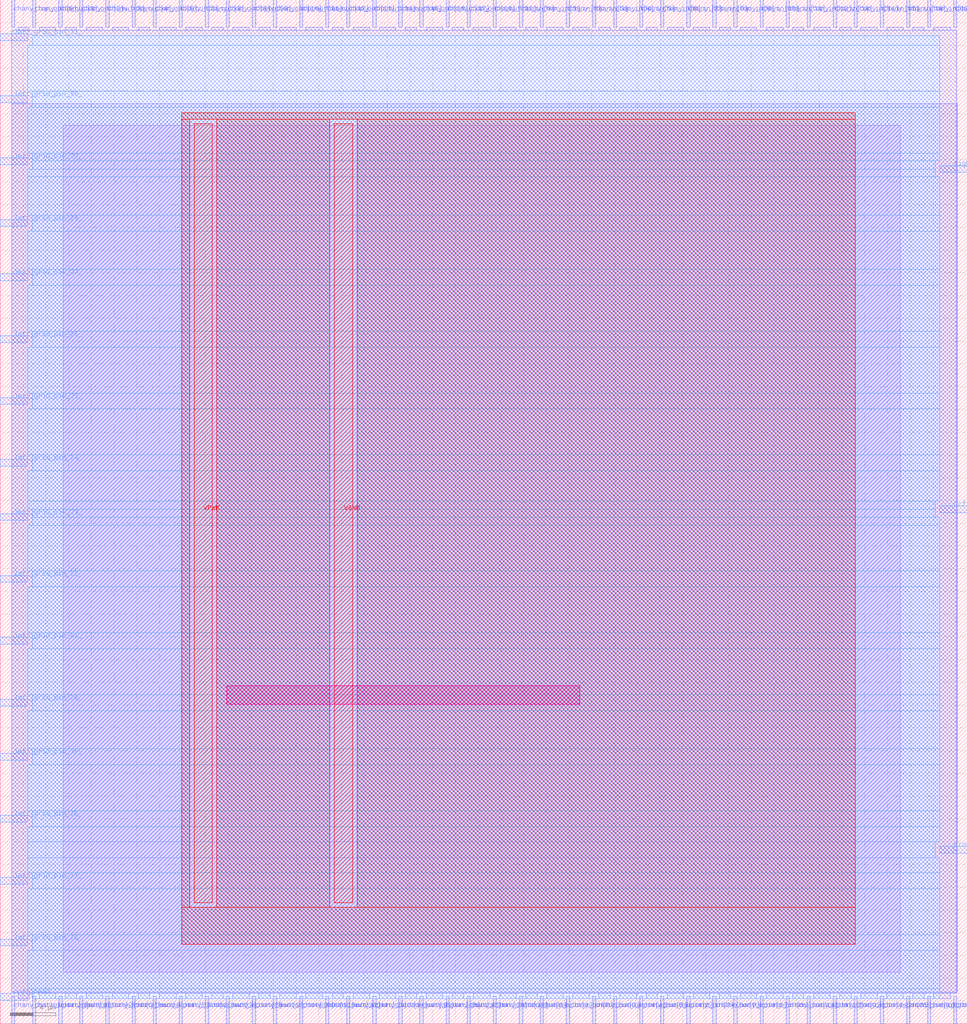
<source format=lef>
VERSION 5.7 ;
  NOWIREEXTENSIONATPIN ON ;
  DIVIDERCHAR "/" ;
  BUSBITCHARS "[]" ;
MACRO cby_8__1_
  CLASS BLOCK ;
  FOREIGN cby_8__1_ ;
  ORIGIN 0.000 0.000 ;
  SIZE 85.000 BY 90.000 ;
  PIN ccff_head
    DIRECTION INPUT ;
    PORT
      LAYER met3 ;
        RECT 0.000 2.080 2.400 2.680 ;
    END
  END ccff_head
  PIN ccff_tail
    DIRECTION OUTPUT TRISTATE ;
    PORT
      LAYER met3 ;
        RECT 82.600 44.920 85.000 45.520 ;
    END
  END ccff_tail
  PIN chany_bottom_in[0]
    DIRECTION INPUT ;
    PORT
      LAYER met2 ;
        RECT 43.330 0.000 43.610 2.400 ;
    END
  END chany_bottom_in[0]
  PIN chany_bottom_in[10]
    DIRECTION INPUT ;
    PORT
      LAYER met2 ;
        RECT 64.490 0.000 64.770 2.400 ;
    END
  END chany_bottom_in[10]
  PIN chany_bottom_in[11]
    DIRECTION INPUT ;
    PORT
      LAYER met2 ;
        RECT 66.790 0.000 67.070 2.400 ;
    END
  END chany_bottom_in[11]
  PIN chany_bottom_in[12]
    DIRECTION INPUT ;
    PORT
      LAYER met2 ;
        RECT 69.090 0.000 69.370 2.400 ;
    END
  END chany_bottom_in[12]
  PIN chany_bottom_in[13]
    DIRECTION INPUT ;
    PORT
      LAYER met2 ;
        RECT 70.930 0.000 71.210 2.400 ;
    END
  END chany_bottom_in[13]
  PIN chany_bottom_in[14]
    DIRECTION INPUT ;
    PORT
      LAYER met2 ;
        RECT 73.230 0.000 73.510 2.400 ;
    END
  END chany_bottom_in[14]
  PIN chany_bottom_in[15]
    DIRECTION INPUT ;
    PORT
      LAYER met2 ;
        RECT 75.070 0.000 75.350 2.400 ;
    END
  END chany_bottom_in[15]
  PIN chany_bottom_in[16]
    DIRECTION INPUT ;
    PORT
      LAYER met2 ;
        RECT 77.370 0.000 77.650 2.400 ;
    END
  END chany_bottom_in[16]
  PIN chany_bottom_in[17]
    DIRECTION INPUT ;
    PORT
      LAYER met2 ;
        RECT 79.670 0.000 79.950 2.400 ;
    END
  END chany_bottom_in[17]
  PIN chany_bottom_in[18]
    DIRECTION INPUT ;
    PORT
      LAYER met2 ;
        RECT 81.510 0.000 81.790 2.400 ;
    END
  END chany_bottom_in[18]
  PIN chany_bottom_in[19]
    DIRECTION INPUT ;
    PORT
      LAYER met2 ;
        RECT 83.810 0.000 84.090 2.400 ;
    END
  END chany_bottom_in[19]
  PIN chany_bottom_in[1]
    DIRECTION INPUT ;
    PORT
      LAYER met2 ;
        RECT 45.630 0.000 45.910 2.400 ;
    END
  END chany_bottom_in[1]
  PIN chany_bottom_in[2]
    DIRECTION INPUT ;
    PORT
      LAYER met2 ;
        RECT 47.470 0.000 47.750 2.400 ;
    END
  END chany_bottom_in[2]
  PIN chany_bottom_in[3]
    DIRECTION INPUT ;
    PORT
      LAYER met2 ;
        RECT 49.770 0.000 50.050 2.400 ;
    END
  END chany_bottom_in[3]
  PIN chany_bottom_in[4]
    DIRECTION INPUT ;
    PORT
      LAYER met2 ;
        RECT 52.070 0.000 52.350 2.400 ;
    END
  END chany_bottom_in[4]
  PIN chany_bottom_in[5]
    DIRECTION INPUT ;
    PORT
      LAYER met2 ;
        RECT 53.910 0.000 54.190 2.400 ;
    END
  END chany_bottom_in[5]
  PIN chany_bottom_in[6]
    DIRECTION INPUT ;
    PORT
      LAYER met2 ;
        RECT 56.210 0.000 56.490 2.400 ;
    END
  END chany_bottom_in[6]
  PIN chany_bottom_in[7]
    DIRECTION INPUT ;
    PORT
      LAYER met2 ;
        RECT 58.050 0.000 58.330 2.400 ;
    END
  END chany_bottom_in[7]
  PIN chany_bottom_in[8]
    DIRECTION INPUT ;
    PORT
      LAYER met2 ;
        RECT 60.350 0.000 60.630 2.400 ;
    END
  END chany_bottom_in[8]
  PIN chany_bottom_in[9]
    DIRECTION INPUT ;
    PORT
      LAYER met2 ;
        RECT 62.650 0.000 62.930 2.400 ;
    END
  END chany_bottom_in[9]
  PIN chany_bottom_out[0]
    DIRECTION OUTPUT TRISTATE ;
    PORT
      LAYER met2 ;
        RECT 1.010 0.000 1.290 2.400 ;
    END
  END chany_bottom_out[0]
  PIN chany_bottom_out[10]
    DIRECTION OUTPUT TRISTATE ;
    PORT
      LAYER met2 ;
        RECT 22.170 0.000 22.450 2.400 ;
    END
  END chany_bottom_out[10]
  PIN chany_bottom_out[11]
    DIRECTION OUTPUT TRISTATE ;
    PORT
      LAYER met2 ;
        RECT 24.010 0.000 24.290 2.400 ;
    END
  END chany_bottom_out[11]
  PIN chany_bottom_out[12]
    DIRECTION OUTPUT TRISTATE ;
    PORT
      LAYER met2 ;
        RECT 26.310 0.000 26.590 2.400 ;
    END
  END chany_bottom_out[12]
  PIN chany_bottom_out[13]
    DIRECTION OUTPUT TRISTATE ;
    PORT
      LAYER met2 ;
        RECT 28.610 0.000 28.890 2.400 ;
    END
  END chany_bottom_out[13]
  PIN chany_bottom_out[14]
    DIRECTION OUTPUT TRISTATE ;
    PORT
      LAYER met2 ;
        RECT 30.450 0.000 30.730 2.400 ;
    END
  END chany_bottom_out[14]
  PIN chany_bottom_out[15]
    DIRECTION OUTPUT TRISTATE ;
    PORT
      LAYER met2 ;
        RECT 32.750 0.000 33.030 2.400 ;
    END
  END chany_bottom_out[15]
  PIN chany_bottom_out[16]
    DIRECTION OUTPUT TRISTATE ;
    PORT
      LAYER met2 ;
        RECT 35.050 0.000 35.330 2.400 ;
    END
  END chany_bottom_out[16]
  PIN chany_bottom_out[17]
    DIRECTION OUTPUT TRISTATE ;
    PORT
      LAYER met2 ;
        RECT 36.890 0.000 37.170 2.400 ;
    END
  END chany_bottom_out[17]
  PIN chany_bottom_out[18]
    DIRECTION OUTPUT TRISTATE ;
    PORT
      LAYER met2 ;
        RECT 39.190 0.000 39.470 2.400 ;
    END
  END chany_bottom_out[18]
  PIN chany_bottom_out[19]
    DIRECTION OUTPUT TRISTATE ;
    PORT
      LAYER met2 ;
        RECT 41.030 0.000 41.310 2.400 ;
    END
  END chany_bottom_out[19]
  PIN chany_bottom_out[1]
    DIRECTION OUTPUT TRISTATE ;
    PORT
      LAYER met2 ;
        RECT 2.850 0.000 3.130 2.400 ;
    END
  END chany_bottom_out[1]
  PIN chany_bottom_out[2]
    DIRECTION OUTPUT TRISTATE ;
    PORT
      LAYER met2 ;
        RECT 5.150 0.000 5.430 2.400 ;
    END
  END chany_bottom_out[2]
  PIN chany_bottom_out[3]
    DIRECTION OUTPUT TRISTATE ;
    PORT
      LAYER met2 ;
        RECT 6.990 0.000 7.270 2.400 ;
    END
  END chany_bottom_out[3]
  PIN chany_bottom_out[4]
    DIRECTION OUTPUT TRISTATE ;
    PORT
      LAYER met2 ;
        RECT 9.290 0.000 9.570 2.400 ;
    END
  END chany_bottom_out[4]
  PIN chany_bottom_out[5]
    DIRECTION OUTPUT TRISTATE ;
    PORT
      LAYER met2 ;
        RECT 11.590 0.000 11.870 2.400 ;
    END
  END chany_bottom_out[5]
  PIN chany_bottom_out[6]
    DIRECTION OUTPUT TRISTATE ;
    PORT
      LAYER met2 ;
        RECT 13.430 0.000 13.710 2.400 ;
    END
  END chany_bottom_out[6]
  PIN chany_bottom_out[7]
    DIRECTION OUTPUT TRISTATE ;
    PORT
      LAYER met2 ;
        RECT 15.730 0.000 16.010 2.400 ;
    END
  END chany_bottom_out[7]
  PIN chany_bottom_out[8]
    DIRECTION OUTPUT TRISTATE ;
    PORT
      LAYER met2 ;
        RECT 18.030 0.000 18.310 2.400 ;
    END
  END chany_bottom_out[8]
  PIN chany_bottom_out[9]
    DIRECTION OUTPUT TRISTATE ;
    PORT
      LAYER met2 ;
        RECT 19.870 0.000 20.150 2.400 ;
    END
  END chany_bottom_out[9]
  PIN chany_top_in[0]
    DIRECTION INPUT ;
    PORT
      LAYER met2 ;
        RECT 43.330 87.600 43.610 90.000 ;
    END
  END chany_top_in[0]
  PIN chany_top_in[10]
    DIRECTION INPUT ;
    PORT
      LAYER met2 ;
        RECT 64.490 87.600 64.770 90.000 ;
    END
  END chany_top_in[10]
  PIN chany_top_in[11]
    DIRECTION INPUT ;
    PORT
      LAYER met2 ;
        RECT 66.790 87.600 67.070 90.000 ;
    END
  END chany_top_in[11]
  PIN chany_top_in[12]
    DIRECTION INPUT ;
    PORT
      LAYER met2 ;
        RECT 69.090 87.600 69.370 90.000 ;
    END
  END chany_top_in[12]
  PIN chany_top_in[13]
    DIRECTION INPUT ;
    PORT
      LAYER met2 ;
        RECT 70.930 87.600 71.210 90.000 ;
    END
  END chany_top_in[13]
  PIN chany_top_in[14]
    DIRECTION INPUT ;
    PORT
      LAYER met2 ;
        RECT 73.230 87.600 73.510 90.000 ;
    END
  END chany_top_in[14]
  PIN chany_top_in[15]
    DIRECTION INPUT ;
    PORT
      LAYER met2 ;
        RECT 75.070 87.600 75.350 90.000 ;
    END
  END chany_top_in[15]
  PIN chany_top_in[16]
    DIRECTION INPUT ;
    PORT
      LAYER met2 ;
        RECT 77.370 87.600 77.650 90.000 ;
    END
  END chany_top_in[16]
  PIN chany_top_in[17]
    DIRECTION INPUT ;
    PORT
      LAYER met2 ;
        RECT 79.670 87.600 79.950 90.000 ;
    END
  END chany_top_in[17]
  PIN chany_top_in[18]
    DIRECTION INPUT ;
    PORT
      LAYER met2 ;
        RECT 81.510 87.600 81.790 90.000 ;
    END
  END chany_top_in[18]
  PIN chany_top_in[19]
    DIRECTION INPUT ;
    PORT
      LAYER met2 ;
        RECT 83.810 87.600 84.090 90.000 ;
    END
  END chany_top_in[19]
  PIN chany_top_in[1]
    DIRECTION INPUT ;
    PORT
      LAYER met2 ;
        RECT 45.630 87.600 45.910 90.000 ;
    END
  END chany_top_in[1]
  PIN chany_top_in[2]
    DIRECTION INPUT ;
    PORT
      LAYER met2 ;
        RECT 47.470 87.600 47.750 90.000 ;
    END
  END chany_top_in[2]
  PIN chany_top_in[3]
    DIRECTION INPUT ;
    PORT
      LAYER met2 ;
        RECT 49.770 87.600 50.050 90.000 ;
    END
  END chany_top_in[3]
  PIN chany_top_in[4]
    DIRECTION INPUT ;
    PORT
      LAYER met2 ;
        RECT 52.070 87.600 52.350 90.000 ;
    END
  END chany_top_in[4]
  PIN chany_top_in[5]
    DIRECTION INPUT ;
    PORT
      LAYER met2 ;
        RECT 53.910 87.600 54.190 90.000 ;
    END
  END chany_top_in[5]
  PIN chany_top_in[6]
    DIRECTION INPUT ;
    PORT
      LAYER met2 ;
        RECT 56.210 87.600 56.490 90.000 ;
    END
  END chany_top_in[6]
  PIN chany_top_in[7]
    DIRECTION INPUT ;
    PORT
      LAYER met2 ;
        RECT 58.050 87.600 58.330 90.000 ;
    END
  END chany_top_in[7]
  PIN chany_top_in[8]
    DIRECTION INPUT ;
    PORT
      LAYER met2 ;
        RECT 60.350 87.600 60.630 90.000 ;
    END
  END chany_top_in[8]
  PIN chany_top_in[9]
    DIRECTION INPUT ;
    PORT
      LAYER met2 ;
        RECT 62.650 87.600 62.930 90.000 ;
    END
  END chany_top_in[9]
  PIN chany_top_out[0]
    DIRECTION OUTPUT TRISTATE ;
    PORT
      LAYER met2 ;
        RECT 1.010 87.600 1.290 90.000 ;
    END
  END chany_top_out[0]
  PIN chany_top_out[10]
    DIRECTION OUTPUT TRISTATE ;
    PORT
      LAYER met2 ;
        RECT 22.170 87.600 22.450 90.000 ;
    END
  END chany_top_out[10]
  PIN chany_top_out[11]
    DIRECTION OUTPUT TRISTATE ;
    PORT
      LAYER met2 ;
        RECT 24.010 87.600 24.290 90.000 ;
    END
  END chany_top_out[11]
  PIN chany_top_out[12]
    DIRECTION OUTPUT TRISTATE ;
    PORT
      LAYER met2 ;
        RECT 26.310 87.600 26.590 90.000 ;
    END
  END chany_top_out[12]
  PIN chany_top_out[13]
    DIRECTION OUTPUT TRISTATE ;
    PORT
      LAYER met2 ;
        RECT 28.610 87.600 28.890 90.000 ;
    END
  END chany_top_out[13]
  PIN chany_top_out[14]
    DIRECTION OUTPUT TRISTATE ;
    PORT
      LAYER met2 ;
        RECT 30.450 87.600 30.730 90.000 ;
    END
  END chany_top_out[14]
  PIN chany_top_out[15]
    DIRECTION OUTPUT TRISTATE ;
    PORT
      LAYER met2 ;
        RECT 32.750 87.600 33.030 90.000 ;
    END
  END chany_top_out[15]
  PIN chany_top_out[16]
    DIRECTION OUTPUT TRISTATE ;
    PORT
      LAYER met2 ;
        RECT 35.050 87.600 35.330 90.000 ;
    END
  END chany_top_out[16]
  PIN chany_top_out[17]
    DIRECTION OUTPUT TRISTATE ;
    PORT
      LAYER met2 ;
        RECT 36.890 87.600 37.170 90.000 ;
    END
  END chany_top_out[17]
  PIN chany_top_out[18]
    DIRECTION OUTPUT TRISTATE ;
    PORT
      LAYER met2 ;
        RECT 39.190 87.600 39.470 90.000 ;
    END
  END chany_top_out[18]
  PIN chany_top_out[19]
    DIRECTION OUTPUT TRISTATE ;
    PORT
      LAYER met2 ;
        RECT 41.030 87.600 41.310 90.000 ;
    END
  END chany_top_out[19]
  PIN chany_top_out[1]
    DIRECTION OUTPUT TRISTATE ;
    PORT
      LAYER met2 ;
        RECT 2.850 87.600 3.130 90.000 ;
    END
  END chany_top_out[1]
  PIN chany_top_out[2]
    DIRECTION OUTPUT TRISTATE ;
    PORT
      LAYER met2 ;
        RECT 5.150 87.600 5.430 90.000 ;
    END
  END chany_top_out[2]
  PIN chany_top_out[3]
    DIRECTION OUTPUT TRISTATE ;
    PORT
      LAYER met2 ;
        RECT 6.990 87.600 7.270 90.000 ;
    END
  END chany_top_out[3]
  PIN chany_top_out[4]
    DIRECTION OUTPUT TRISTATE ;
    PORT
      LAYER met2 ;
        RECT 9.290 87.600 9.570 90.000 ;
    END
  END chany_top_out[4]
  PIN chany_top_out[5]
    DIRECTION OUTPUT TRISTATE ;
    PORT
      LAYER met2 ;
        RECT 11.590 87.600 11.870 90.000 ;
    END
  END chany_top_out[5]
  PIN chany_top_out[6]
    DIRECTION OUTPUT TRISTATE ;
    PORT
      LAYER met2 ;
        RECT 13.430 87.600 13.710 90.000 ;
    END
  END chany_top_out[6]
  PIN chany_top_out[7]
    DIRECTION OUTPUT TRISTATE ;
    PORT
      LAYER met2 ;
        RECT 15.730 87.600 16.010 90.000 ;
    END
  END chany_top_out[7]
  PIN chany_top_out[8]
    DIRECTION OUTPUT TRISTATE ;
    PORT
      LAYER met2 ;
        RECT 18.030 87.600 18.310 90.000 ;
    END
  END chany_top_out[8]
  PIN chany_top_out[9]
    DIRECTION OUTPUT TRISTATE ;
    PORT
      LAYER met2 ;
        RECT 19.870 87.600 20.150 90.000 ;
    END
  END chany_top_out[9]
  PIN left_grid_pin_16_
    DIRECTION OUTPUT TRISTATE ;
    PORT
      LAYER met3 ;
        RECT 0.000 6.840 2.400 7.440 ;
    END
  END left_grid_pin_16_
  PIN left_grid_pin_17_
    DIRECTION OUTPUT TRISTATE ;
    PORT
      LAYER met3 ;
        RECT 0.000 12.280 2.400 12.880 ;
    END
  END left_grid_pin_17_
  PIN left_grid_pin_18_
    DIRECTION OUTPUT TRISTATE ;
    PORT
      LAYER met3 ;
        RECT 0.000 17.720 2.400 18.320 ;
    END
  END left_grid_pin_18_
  PIN left_grid_pin_19_
    DIRECTION OUTPUT TRISTATE ;
    PORT
      LAYER met3 ;
        RECT 0.000 23.160 2.400 23.760 ;
    END
  END left_grid_pin_19_
  PIN left_grid_pin_20_
    DIRECTION OUTPUT TRISTATE ;
    PORT
      LAYER met3 ;
        RECT 0.000 27.920 2.400 28.520 ;
    END
  END left_grid_pin_20_
  PIN left_grid_pin_21_
    DIRECTION OUTPUT TRISTATE ;
    PORT
      LAYER met3 ;
        RECT 0.000 33.360 2.400 33.960 ;
    END
  END left_grid_pin_21_
  PIN left_grid_pin_22_
    DIRECTION OUTPUT TRISTATE ;
    PORT
      LAYER met3 ;
        RECT 0.000 38.800 2.400 39.400 ;
    END
  END left_grid_pin_22_
  PIN left_grid_pin_23_
    DIRECTION OUTPUT TRISTATE ;
    PORT
      LAYER met3 ;
        RECT 0.000 44.240 2.400 44.840 ;
    END
  END left_grid_pin_23_
  PIN left_grid_pin_24_
    DIRECTION OUTPUT TRISTATE ;
    PORT
      LAYER met3 ;
        RECT 0.000 49.000 2.400 49.600 ;
    END
  END left_grid_pin_24_
  PIN left_grid_pin_25_
    DIRECTION OUTPUT TRISTATE ;
    PORT
      LAYER met3 ;
        RECT 0.000 54.440 2.400 55.040 ;
    END
  END left_grid_pin_25_
  PIN left_grid_pin_26_
    DIRECTION OUTPUT TRISTATE ;
    PORT
      LAYER met3 ;
        RECT 0.000 59.880 2.400 60.480 ;
    END
  END left_grid_pin_26_
  PIN left_grid_pin_27_
    DIRECTION OUTPUT TRISTATE ;
    PORT
      LAYER met3 ;
        RECT 0.000 65.320 2.400 65.920 ;
    END
  END left_grid_pin_27_
  PIN left_grid_pin_28_
    DIRECTION OUTPUT TRISTATE ;
    PORT
      LAYER met3 ;
        RECT 0.000 70.080 2.400 70.680 ;
    END
  END left_grid_pin_28_
  PIN left_grid_pin_29_
    DIRECTION OUTPUT TRISTATE ;
    PORT
      LAYER met3 ;
        RECT 0.000 75.520 2.400 76.120 ;
    END
  END left_grid_pin_29_
  PIN left_grid_pin_30_
    DIRECTION OUTPUT TRISTATE ;
    PORT
      LAYER met3 ;
        RECT 0.000 80.960 2.400 81.560 ;
    END
  END left_grid_pin_30_
  PIN left_grid_pin_31_
    DIRECTION OUTPUT TRISTATE ;
    PORT
      LAYER met3 ;
        RECT 0.000 86.400 2.400 87.000 ;
    END
  END left_grid_pin_31_
  PIN prog_clk
    DIRECTION INPUT ;
    PORT
      LAYER met3 ;
        RECT 82.600 15.000 85.000 15.600 ;
    END
  END prog_clk
  PIN right_grid_pin_0_
    DIRECTION OUTPUT TRISTATE ;
    PORT
      LAYER met3 ;
        RECT 82.600 74.840 85.000 75.440 ;
    END
  END right_grid_pin_0_
  PIN VPWR
    DIRECTION INPUT ;
    USE POWER ;
    PORT
      LAYER met4 ;
        RECT 17.045 10.640 18.645 79.120 ;
    END
  END VPWR
  PIN VGND
    DIRECTION INPUT ;
    USE GROUND ;
    PORT
      LAYER met4 ;
        RECT 29.375 10.640 30.975 79.120 ;
    END
  END VGND
  OBS
      LAYER li1 ;
        RECT 5.520 4.505 79.120 78.965 ;
      LAYER met1 ;
        RECT 0.990 2.760 84.110 80.880 ;
      LAYER met2 ;
        RECT 1.570 87.320 2.570 87.600 ;
        RECT 3.410 87.320 4.870 87.600 ;
        RECT 5.710 87.320 6.710 87.600 ;
        RECT 7.550 87.320 9.010 87.600 ;
        RECT 9.850 87.320 11.310 87.600 ;
        RECT 12.150 87.320 13.150 87.600 ;
        RECT 13.990 87.320 15.450 87.600 ;
        RECT 16.290 87.320 17.750 87.600 ;
        RECT 18.590 87.320 19.590 87.600 ;
        RECT 20.430 87.320 21.890 87.600 ;
        RECT 22.730 87.320 23.730 87.600 ;
        RECT 24.570 87.320 26.030 87.600 ;
        RECT 26.870 87.320 28.330 87.600 ;
        RECT 29.170 87.320 30.170 87.600 ;
        RECT 31.010 87.320 32.470 87.600 ;
        RECT 33.310 87.320 34.770 87.600 ;
        RECT 35.610 87.320 36.610 87.600 ;
        RECT 37.450 87.320 38.910 87.600 ;
        RECT 39.750 87.320 40.750 87.600 ;
        RECT 41.590 87.320 43.050 87.600 ;
        RECT 43.890 87.320 45.350 87.600 ;
        RECT 46.190 87.320 47.190 87.600 ;
        RECT 48.030 87.320 49.490 87.600 ;
        RECT 50.330 87.320 51.790 87.600 ;
        RECT 52.630 87.320 53.630 87.600 ;
        RECT 54.470 87.320 55.930 87.600 ;
        RECT 56.770 87.320 57.770 87.600 ;
        RECT 58.610 87.320 60.070 87.600 ;
        RECT 60.910 87.320 62.370 87.600 ;
        RECT 63.210 87.320 64.210 87.600 ;
        RECT 65.050 87.320 66.510 87.600 ;
        RECT 67.350 87.320 68.810 87.600 ;
        RECT 69.650 87.320 70.650 87.600 ;
        RECT 71.490 87.320 72.950 87.600 ;
        RECT 73.790 87.320 74.790 87.600 ;
        RECT 75.630 87.320 77.090 87.600 ;
        RECT 77.930 87.320 79.390 87.600 ;
        RECT 80.230 87.320 81.230 87.600 ;
        RECT 82.070 87.320 83.530 87.600 ;
        RECT 1.020 2.680 84.080 87.320 ;
        RECT 1.570 2.195 2.570 2.680 ;
        RECT 3.410 2.195 4.870 2.680 ;
        RECT 5.710 2.195 6.710 2.680 ;
        RECT 7.550 2.195 9.010 2.680 ;
        RECT 9.850 2.195 11.310 2.680 ;
        RECT 12.150 2.195 13.150 2.680 ;
        RECT 13.990 2.195 15.450 2.680 ;
        RECT 16.290 2.195 17.750 2.680 ;
        RECT 18.590 2.195 19.590 2.680 ;
        RECT 20.430 2.195 21.890 2.680 ;
        RECT 22.730 2.195 23.730 2.680 ;
        RECT 24.570 2.195 26.030 2.680 ;
        RECT 26.870 2.195 28.330 2.680 ;
        RECT 29.170 2.195 30.170 2.680 ;
        RECT 31.010 2.195 32.470 2.680 ;
        RECT 33.310 2.195 34.770 2.680 ;
        RECT 35.610 2.195 36.610 2.680 ;
        RECT 37.450 2.195 38.910 2.680 ;
        RECT 39.750 2.195 40.750 2.680 ;
        RECT 41.590 2.195 43.050 2.680 ;
        RECT 43.890 2.195 45.350 2.680 ;
        RECT 46.190 2.195 47.190 2.680 ;
        RECT 48.030 2.195 49.490 2.680 ;
        RECT 50.330 2.195 51.790 2.680 ;
        RECT 52.630 2.195 53.630 2.680 ;
        RECT 54.470 2.195 55.930 2.680 ;
        RECT 56.770 2.195 57.770 2.680 ;
        RECT 58.610 2.195 60.070 2.680 ;
        RECT 60.910 2.195 62.370 2.680 ;
        RECT 63.210 2.195 64.210 2.680 ;
        RECT 65.050 2.195 66.510 2.680 ;
        RECT 67.350 2.195 68.810 2.680 ;
        RECT 69.650 2.195 70.650 2.680 ;
        RECT 71.490 2.195 72.950 2.680 ;
        RECT 73.790 2.195 74.790 2.680 ;
        RECT 75.630 2.195 77.090 2.680 ;
        RECT 77.930 2.195 79.390 2.680 ;
        RECT 80.230 2.195 81.230 2.680 ;
        RECT 82.070 2.195 83.530 2.680 ;
      LAYER met3 ;
        RECT 2.800 86.000 82.600 86.865 ;
        RECT 2.400 81.960 82.600 86.000 ;
        RECT 2.800 80.560 82.600 81.960 ;
        RECT 2.400 76.520 82.600 80.560 ;
        RECT 2.800 75.840 82.600 76.520 ;
        RECT 2.800 75.120 82.200 75.840 ;
        RECT 2.400 74.440 82.200 75.120 ;
        RECT 2.400 71.080 82.600 74.440 ;
        RECT 2.800 69.680 82.600 71.080 ;
        RECT 2.400 66.320 82.600 69.680 ;
        RECT 2.800 64.920 82.600 66.320 ;
        RECT 2.400 60.880 82.600 64.920 ;
        RECT 2.800 59.480 82.600 60.880 ;
        RECT 2.400 55.440 82.600 59.480 ;
        RECT 2.800 54.040 82.600 55.440 ;
        RECT 2.400 50.000 82.600 54.040 ;
        RECT 2.800 48.600 82.600 50.000 ;
        RECT 2.400 45.920 82.600 48.600 ;
        RECT 2.400 45.240 82.200 45.920 ;
        RECT 2.800 44.520 82.200 45.240 ;
        RECT 2.800 43.840 82.600 44.520 ;
        RECT 2.400 39.800 82.600 43.840 ;
        RECT 2.800 38.400 82.600 39.800 ;
        RECT 2.400 34.360 82.600 38.400 ;
        RECT 2.800 32.960 82.600 34.360 ;
        RECT 2.400 28.920 82.600 32.960 ;
        RECT 2.800 27.520 82.600 28.920 ;
        RECT 2.400 24.160 82.600 27.520 ;
        RECT 2.800 22.760 82.600 24.160 ;
        RECT 2.400 18.720 82.600 22.760 ;
        RECT 2.800 17.320 82.600 18.720 ;
        RECT 2.400 16.000 82.600 17.320 ;
        RECT 2.400 14.600 82.200 16.000 ;
        RECT 2.400 13.280 82.600 14.600 ;
        RECT 2.800 11.880 82.600 13.280 ;
        RECT 2.400 7.840 82.600 11.880 ;
        RECT 2.800 6.440 82.600 7.840 ;
        RECT 2.400 3.080 82.600 6.440 ;
        RECT 2.800 2.215 82.600 3.080 ;
      LAYER met4 ;
        RECT 15.935 79.520 75.145 80.065 ;
        RECT 15.935 10.240 16.645 79.520 ;
        RECT 19.045 10.240 28.975 79.520 ;
        RECT 31.375 10.240 75.145 79.520 ;
        RECT 15.935 6.975 75.145 10.240 ;
      LAYER met5 ;
        RECT 19.900 28.100 50.940 29.700 ;
  END
END cby_8__1_
END LIBRARY


</source>
